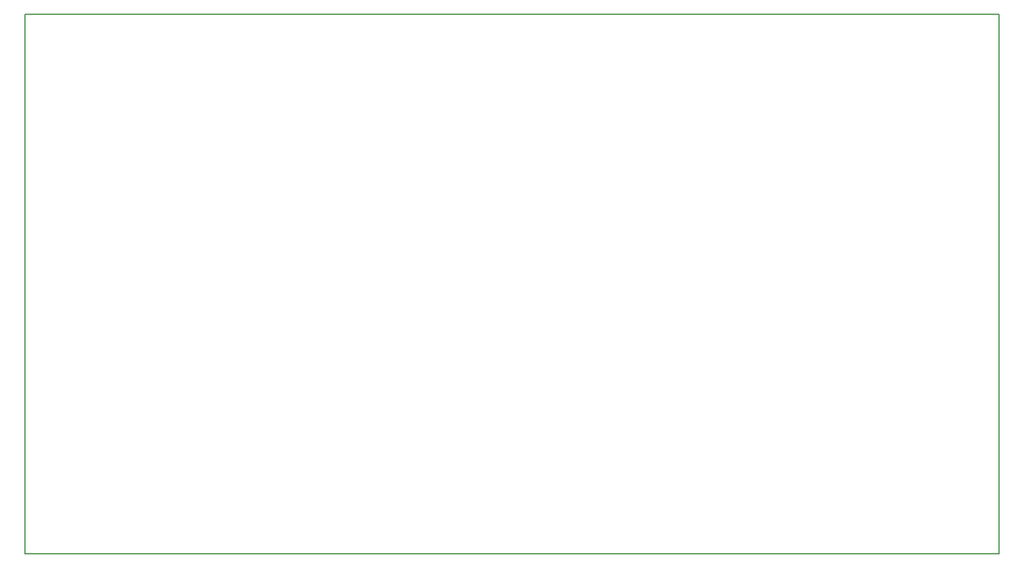
<source format=gbr>
%TF.GenerationSoftware,KiCad,Pcbnew,8.0.7*%
%TF.CreationDate,2025-03-30T10:37:29-04:00*%
%TF.ProjectId,RC-Car-Controller,52432d43-6172-42d4-936f-6e74726f6c6c,rev?*%
%TF.SameCoordinates,Original*%
%TF.FileFunction,Profile,NP*%
%FSLAX46Y46*%
G04 Gerber Fmt 4.6, Leading zero omitted, Abs format (unit mm)*
G04 Created by KiCad (PCBNEW 8.0.7) date 2025-03-30 10:37:29*
%MOMM*%
%LPD*%
G01*
G04 APERTURE LIST*
%TA.AperFunction,Profile*%
%ADD10C,0.200000*%
%TD*%
G04 APERTURE END LIST*
D10*
X80619000Y-43000000D02*
X219381000Y-43000000D01*
X219381000Y-120000000D01*
X80619000Y-120000000D01*
X80619000Y-43000000D01*
M02*

</source>
